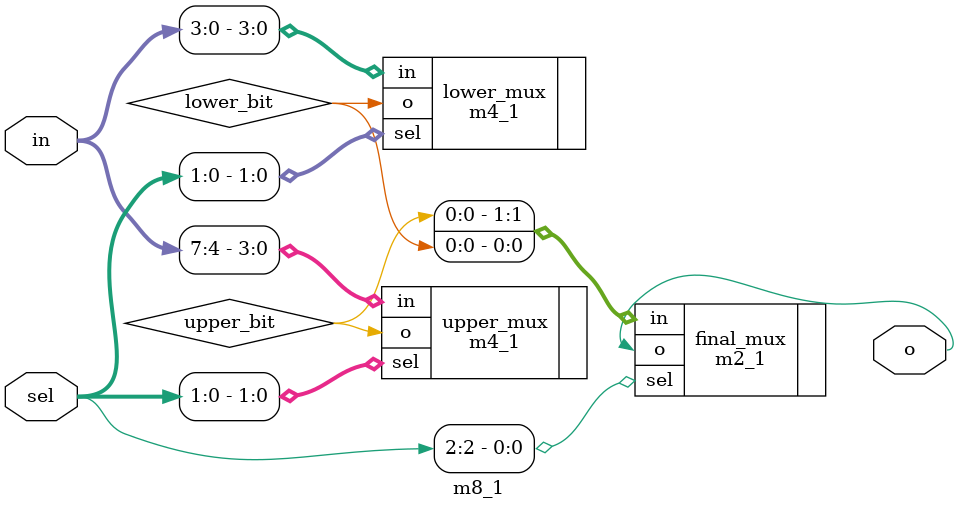
<source format=v>
`timescale 1ns / 1ps


module m8_1(
        input [7:0]in,
        input [2:0]sel,
        output o
    );
    
    //wires for intermediate mux output
    wire upper_bit;
    wire lower_bit;
     
    
    //call m4_1
    m4_1 upper_mux(.in(in[7:4]),.sel(sel[1:0]),.o(upper_bit));
    m4_1 lower_mux(.in(in[3:0]),.sel(sel[1:0]),.o(lower_bit));
    
    //call m2_1
    m2_1 final_mux(.in({upper_bit,lower_bit}),.sel(sel[2]),.o(o));
    
    
    endmodule
</source>
